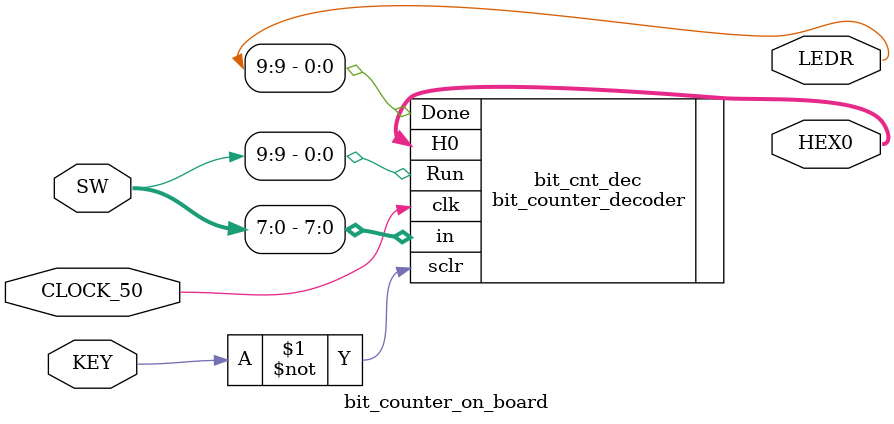
<source format=v>
module bit_counter_on_board (input [9:0] SW,
									 input CLOCK_50,
									 input [0:0] KEY,
									 output [0:6] HEX0,
									 output [9:0] LEDR);

	bit_counter_decoder bit_cnt_dec(.in(SW[7:0]), .clk(CLOCK_50), .sclr(~KEY[0]), .Run(SW[9]), .H0(HEX0[0:6]), .Done(LEDR[9]));

endmodule

</source>
